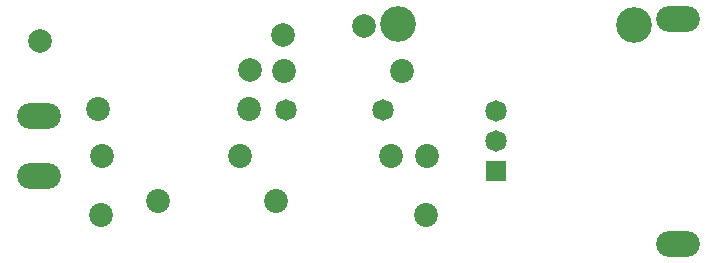
<source format=gbs>
G04*
G04 #@! TF.GenerationSoftware,Altium Limited,Altium Designer,22.10.1 (41)*
G04*
G04 Layer_Color=16711935*
%FSLAX44Y44*%
%MOMM*%
G71*
G04*
G04 #@! TF.SameCoordinates,B602C00A-04D7-4507-9B25-3B951254DDD7*
G04*
G04*
G04 #@! TF.FilePolarity,Negative*
G04*
G01*
G75*
%ADD13C,2.0200*%
%ADD14C,2.0032*%
%ADD15O,3.7032X2.2032*%
%ADD16C,3.0200*%
%ADD17C,1.8200*%
%ADD18R,1.8200X1.8200*%
D13*
X336200Y176300D02*
D03*
X436200D02*
D03*
X182100Y104000D02*
D03*
X457100D02*
D03*
X180900Y54300D02*
D03*
X455900D02*
D03*
X329200Y65800D02*
D03*
X229200D02*
D03*
X178800Y144400D02*
D03*
X306800D02*
D03*
X298500Y104000D02*
D03*
X426500D02*
D03*
D14*
X307300Y177200D02*
D03*
X335600Y206400D02*
D03*
X404100Y214700D02*
D03*
X129100Y201600D02*
D03*
D15*
X128600Y87500D02*
D03*
X128600Y137800D02*
D03*
X670000Y30000D02*
D03*
Y220000D02*
D03*
D16*
X432850Y215850D02*
D03*
X632600Y215350D02*
D03*
D17*
X515200Y142200D02*
D03*
Y116800D02*
D03*
X419500Y142886D02*
D03*
X337500D02*
D03*
D18*
X515200Y91400D02*
D03*
M02*

</source>
